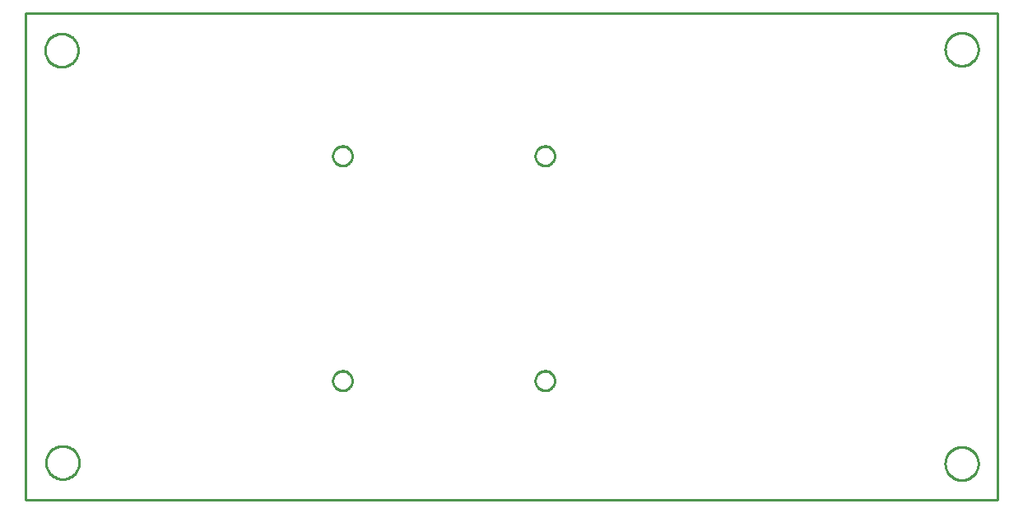
<source format=gbr>
G04 EAGLE Gerber RS-274X export*
G75*
%MOMM*%
%FSLAX34Y34*%
%LPD*%
%IN*%
%IPPOS*%
%AMOC8*
5,1,8,0,0,1.08239X$1,22.5*%
G01*
%ADD10C,0.254000*%


D10*
X0Y0D02*
X1000000Y0D01*
X1000000Y500000D01*
X0Y500000D01*
X0Y0D01*
X55000Y37443D02*
X54927Y36333D01*
X54782Y35229D01*
X54565Y34138D01*
X54277Y33063D01*
X53919Y32009D01*
X53493Y30980D01*
X53001Y29982D01*
X52444Y29018D01*
X51826Y28093D01*
X51148Y27210D01*
X50414Y26373D01*
X49627Y25586D01*
X48790Y24852D01*
X47907Y24174D01*
X46982Y23556D01*
X46018Y22999D01*
X45020Y22507D01*
X43991Y22081D01*
X42937Y21723D01*
X41862Y21435D01*
X40771Y21218D01*
X39667Y21073D01*
X38557Y21000D01*
X37443Y21000D01*
X36333Y21073D01*
X35229Y21218D01*
X34138Y21435D01*
X33063Y21723D01*
X32009Y22081D01*
X30980Y22507D01*
X29982Y22999D01*
X29018Y23556D01*
X28093Y24174D01*
X27210Y24852D01*
X26373Y25586D01*
X25586Y26373D01*
X24852Y27210D01*
X24174Y28093D01*
X23556Y29018D01*
X22999Y29982D01*
X22507Y30980D01*
X22081Y32009D01*
X21723Y33063D01*
X21435Y34138D01*
X21218Y35229D01*
X21073Y36333D01*
X21000Y37443D01*
X21000Y38557D01*
X21073Y39667D01*
X21218Y40771D01*
X21435Y41862D01*
X21723Y42937D01*
X22081Y43991D01*
X22507Y45020D01*
X22999Y46018D01*
X23556Y46982D01*
X24174Y47907D01*
X24852Y48790D01*
X25586Y49627D01*
X26373Y50414D01*
X27210Y51148D01*
X28093Y51826D01*
X29018Y52444D01*
X29982Y53001D01*
X30980Y53493D01*
X32009Y53919D01*
X33063Y54277D01*
X34138Y54565D01*
X35229Y54782D01*
X36333Y54927D01*
X37443Y55000D01*
X38557Y55000D01*
X39667Y54927D01*
X40771Y54782D01*
X41862Y54565D01*
X42937Y54277D01*
X43991Y53919D01*
X45020Y53493D01*
X46018Y53001D01*
X46982Y52444D01*
X47907Y51826D01*
X48790Y51148D01*
X49627Y50414D01*
X50414Y49627D01*
X51148Y48790D01*
X51826Y47907D01*
X52444Y46982D01*
X53001Y46018D01*
X53493Y45020D01*
X53919Y43991D01*
X54277Y42937D01*
X54565Y41862D01*
X54782Y40771D01*
X54927Y39667D01*
X55000Y38557D01*
X55000Y37443D01*
X54000Y461443D02*
X53927Y460333D01*
X53782Y459229D01*
X53565Y458138D01*
X53277Y457063D01*
X52919Y456009D01*
X52493Y454980D01*
X52001Y453982D01*
X51444Y453018D01*
X50826Y452093D01*
X50148Y451210D01*
X49414Y450373D01*
X48627Y449586D01*
X47790Y448852D01*
X46907Y448174D01*
X45982Y447556D01*
X45018Y446999D01*
X44020Y446507D01*
X42991Y446081D01*
X41937Y445723D01*
X40862Y445435D01*
X39771Y445218D01*
X38667Y445073D01*
X37557Y445000D01*
X36443Y445000D01*
X35333Y445073D01*
X34229Y445218D01*
X33138Y445435D01*
X32063Y445723D01*
X31009Y446081D01*
X29980Y446507D01*
X28982Y446999D01*
X28018Y447556D01*
X27093Y448174D01*
X26210Y448852D01*
X25373Y449586D01*
X24586Y450373D01*
X23852Y451210D01*
X23174Y452093D01*
X22556Y453018D01*
X21999Y453982D01*
X21507Y454980D01*
X21081Y456009D01*
X20723Y457063D01*
X20435Y458138D01*
X20218Y459229D01*
X20073Y460333D01*
X20000Y461443D01*
X20000Y462557D01*
X20073Y463667D01*
X20218Y464771D01*
X20435Y465862D01*
X20723Y466937D01*
X21081Y467991D01*
X21507Y469020D01*
X21999Y470018D01*
X22556Y470982D01*
X23174Y471907D01*
X23852Y472790D01*
X24586Y473627D01*
X25373Y474414D01*
X26210Y475148D01*
X27093Y475826D01*
X28018Y476444D01*
X28982Y477001D01*
X29980Y477493D01*
X31009Y477919D01*
X32063Y478277D01*
X33138Y478565D01*
X34229Y478782D01*
X35333Y478927D01*
X36443Y479000D01*
X37557Y479000D01*
X38667Y478927D01*
X39771Y478782D01*
X40862Y478565D01*
X41937Y478277D01*
X42991Y477919D01*
X44020Y477493D01*
X45018Y477001D01*
X45982Y476444D01*
X46907Y475826D01*
X47790Y475148D01*
X48627Y474414D01*
X49414Y473627D01*
X50148Y472790D01*
X50826Y471907D01*
X51444Y470982D01*
X52001Y470018D01*
X52493Y469020D01*
X52919Y467991D01*
X53277Y466937D01*
X53565Y465862D01*
X53782Y464771D01*
X53927Y463667D01*
X54000Y462557D01*
X54000Y461443D01*
X980000Y462443D02*
X979927Y461333D01*
X979782Y460229D01*
X979565Y459138D01*
X979277Y458063D01*
X978919Y457009D01*
X978493Y455980D01*
X978001Y454982D01*
X977444Y454018D01*
X976826Y453093D01*
X976148Y452210D01*
X975414Y451373D01*
X974627Y450586D01*
X973790Y449852D01*
X972907Y449174D01*
X971982Y448556D01*
X971018Y447999D01*
X970020Y447507D01*
X968991Y447081D01*
X967937Y446723D01*
X966862Y446435D01*
X965771Y446218D01*
X964667Y446073D01*
X963557Y446000D01*
X962443Y446000D01*
X961333Y446073D01*
X960229Y446218D01*
X959138Y446435D01*
X958063Y446723D01*
X957009Y447081D01*
X955980Y447507D01*
X954982Y447999D01*
X954018Y448556D01*
X953093Y449174D01*
X952210Y449852D01*
X951373Y450586D01*
X950586Y451373D01*
X949852Y452210D01*
X949174Y453093D01*
X948556Y454018D01*
X947999Y454982D01*
X947507Y455980D01*
X947081Y457009D01*
X946723Y458063D01*
X946435Y459138D01*
X946218Y460229D01*
X946073Y461333D01*
X946000Y462443D01*
X946000Y463557D01*
X946073Y464667D01*
X946218Y465771D01*
X946435Y466862D01*
X946723Y467937D01*
X947081Y468991D01*
X947507Y470020D01*
X947999Y471018D01*
X948556Y471982D01*
X949174Y472907D01*
X949852Y473790D01*
X950586Y474627D01*
X951373Y475414D01*
X952210Y476148D01*
X953093Y476826D01*
X954018Y477444D01*
X954982Y478001D01*
X955980Y478493D01*
X957009Y478919D01*
X958063Y479277D01*
X959138Y479565D01*
X960229Y479782D01*
X961333Y479927D01*
X962443Y480000D01*
X963557Y480000D01*
X964667Y479927D01*
X965771Y479782D01*
X966862Y479565D01*
X967937Y479277D01*
X968991Y478919D01*
X970020Y478493D01*
X971018Y478001D01*
X971982Y477444D01*
X972907Y476826D01*
X973790Y476148D01*
X974627Y475414D01*
X975414Y474627D01*
X976148Y473790D01*
X976826Y472907D01*
X977444Y471982D01*
X978001Y471018D01*
X978493Y470020D01*
X978919Y468991D01*
X979277Y467937D01*
X979565Y466862D01*
X979782Y465771D01*
X979927Y464667D01*
X980000Y463557D01*
X980000Y462443D01*
X980000Y36443D02*
X979927Y35333D01*
X979782Y34229D01*
X979565Y33138D01*
X979277Y32063D01*
X978919Y31009D01*
X978493Y29980D01*
X978001Y28982D01*
X977444Y28018D01*
X976826Y27093D01*
X976148Y26210D01*
X975414Y25373D01*
X974627Y24586D01*
X973790Y23852D01*
X972907Y23174D01*
X971982Y22556D01*
X971018Y21999D01*
X970020Y21507D01*
X968991Y21081D01*
X967937Y20723D01*
X966862Y20435D01*
X965771Y20218D01*
X964667Y20073D01*
X963557Y20000D01*
X962443Y20000D01*
X961333Y20073D01*
X960229Y20218D01*
X959138Y20435D01*
X958063Y20723D01*
X957009Y21081D01*
X955980Y21507D01*
X954982Y21999D01*
X954018Y22556D01*
X953093Y23174D01*
X952210Y23852D01*
X951373Y24586D01*
X950586Y25373D01*
X949852Y26210D01*
X949174Y27093D01*
X948556Y28018D01*
X947999Y28982D01*
X947507Y29980D01*
X947081Y31009D01*
X946723Y32063D01*
X946435Y33138D01*
X946218Y34229D01*
X946073Y35333D01*
X946000Y36443D01*
X946000Y37557D01*
X946073Y38667D01*
X946218Y39771D01*
X946435Y40862D01*
X946723Y41937D01*
X947081Y42991D01*
X947507Y44020D01*
X947999Y45018D01*
X948556Y45982D01*
X949174Y46907D01*
X949852Y47790D01*
X950586Y48627D01*
X951373Y49414D01*
X952210Y50148D01*
X953093Y50826D01*
X954018Y51444D01*
X954982Y52001D01*
X955980Y52493D01*
X957009Y52919D01*
X958063Y53277D01*
X959138Y53565D01*
X960229Y53782D01*
X961333Y53927D01*
X962443Y54000D01*
X963557Y54000D01*
X964667Y53927D01*
X965771Y53782D01*
X966862Y53565D01*
X967937Y53277D01*
X968991Y52919D01*
X970020Y52493D01*
X971018Y52001D01*
X971982Y51444D01*
X972907Y50826D01*
X973790Y50148D01*
X974627Y49414D01*
X975414Y48627D01*
X976148Y47790D01*
X976826Y46907D01*
X977444Y45982D01*
X978001Y45018D01*
X978493Y44020D01*
X978919Y42991D01*
X979277Y41937D01*
X979565Y40862D01*
X979782Y39771D01*
X979927Y38667D01*
X980000Y37557D01*
X980000Y36443D01*
X335960Y352933D02*
X335884Y352064D01*
X335732Y351204D01*
X335506Y350360D01*
X335208Y349540D01*
X334839Y348748D01*
X334402Y347992D01*
X333901Y347277D01*
X333340Y346608D01*
X332722Y345990D01*
X332053Y345429D01*
X331338Y344928D01*
X330582Y344491D01*
X329790Y344122D01*
X328970Y343824D01*
X328126Y343598D01*
X327267Y343446D01*
X326397Y343370D01*
X325523Y343370D01*
X324654Y343446D01*
X323794Y343598D01*
X322950Y343824D01*
X322130Y344122D01*
X321338Y344491D01*
X320582Y344928D01*
X319867Y345429D01*
X319198Y345990D01*
X318580Y346608D01*
X318019Y347277D01*
X317518Y347992D01*
X317081Y348748D01*
X316712Y349540D01*
X316414Y350360D01*
X316188Y351204D01*
X316036Y352064D01*
X315960Y352933D01*
X315960Y353807D01*
X316036Y354677D01*
X316188Y355536D01*
X316414Y356380D01*
X316712Y357200D01*
X317081Y357992D01*
X317518Y358748D01*
X318019Y359463D01*
X318580Y360132D01*
X319198Y360750D01*
X319867Y361311D01*
X320582Y361812D01*
X321338Y362249D01*
X322130Y362618D01*
X322950Y362916D01*
X323794Y363142D01*
X324654Y363294D01*
X325523Y363370D01*
X326397Y363370D01*
X327267Y363294D01*
X328126Y363142D01*
X328970Y362916D01*
X329790Y362618D01*
X330582Y362249D01*
X331338Y361812D01*
X332053Y361311D01*
X332722Y360750D01*
X333340Y360132D01*
X333901Y359463D01*
X334402Y358748D01*
X334839Y357992D01*
X335208Y357200D01*
X335506Y356380D01*
X335732Y355536D01*
X335884Y354677D01*
X335960Y353807D01*
X335960Y352933D01*
X544240Y352933D02*
X544164Y352064D01*
X544012Y351204D01*
X543786Y350360D01*
X543488Y349540D01*
X543119Y348748D01*
X542682Y347992D01*
X542181Y347277D01*
X541620Y346608D01*
X541002Y345990D01*
X540333Y345429D01*
X539618Y344928D01*
X538862Y344491D01*
X538070Y344122D01*
X537250Y343824D01*
X536406Y343598D01*
X535547Y343446D01*
X534677Y343370D01*
X533803Y343370D01*
X532934Y343446D01*
X532074Y343598D01*
X531230Y343824D01*
X530410Y344122D01*
X529618Y344491D01*
X528862Y344928D01*
X528147Y345429D01*
X527478Y345990D01*
X526860Y346608D01*
X526299Y347277D01*
X525798Y347992D01*
X525361Y348748D01*
X524992Y349540D01*
X524694Y350360D01*
X524468Y351204D01*
X524316Y352064D01*
X524240Y352933D01*
X524240Y353807D01*
X524316Y354677D01*
X524468Y355536D01*
X524694Y356380D01*
X524992Y357200D01*
X525361Y357992D01*
X525798Y358748D01*
X526299Y359463D01*
X526860Y360132D01*
X527478Y360750D01*
X528147Y361311D01*
X528862Y361812D01*
X529618Y362249D01*
X530410Y362618D01*
X531230Y362916D01*
X532074Y363142D01*
X532934Y363294D01*
X533803Y363370D01*
X534677Y363370D01*
X535547Y363294D01*
X536406Y363142D01*
X537250Y362916D01*
X538070Y362618D01*
X538862Y362249D01*
X539618Y361812D01*
X540333Y361311D01*
X541002Y360750D01*
X541620Y360132D01*
X542181Y359463D01*
X542682Y358748D01*
X543119Y357992D01*
X543488Y357200D01*
X543786Y356380D01*
X544012Y355536D01*
X544164Y354677D01*
X544240Y353807D01*
X544240Y352933D01*
X544240Y121793D02*
X544164Y120924D01*
X544012Y120064D01*
X543786Y119220D01*
X543488Y118400D01*
X543119Y117608D01*
X542682Y116852D01*
X542181Y116137D01*
X541620Y115468D01*
X541002Y114850D01*
X540333Y114289D01*
X539618Y113788D01*
X538862Y113351D01*
X538070Y112982D01*
X537250Y112684D01*
X536406Y112458D01*
X535547Y112306D01*
X534677Y112230D01*
X533803Y112230D01*
X532934Y112306D01*
X532074Y112458D01*
X531230Y112684D01*
X530410Y112982D01*
X529618Y113351D01*
X528862Y113788D01*
X528147Y114289D01*
X527478Y114850D01*
X526860Y115468D01*
X526299Y116137D01*
X525798Y116852D01*
X525361Y117608D01*
X524992Y118400D01*
X524694Y119220D01*
X524468Y120064D01*
X524316Y120924D01*
X524240Y121793D01*
X524240Y122667D01*
X524316Y123537D01*
X524468Y124396D01*
X524694Y125240D01*
X524992Y126060D01*
X525361Y126852D01*
X525798Y127608D01*
X526299Y128323D01*
X526860Y128992D01*
X527478Y129610D01*
X528147Y130171D01*
X528862Y130672D01*
X529618Y131109D01*
X530410Y131478D01*
X531230Y131776D01*
X532074Y132002D01*
X532934Y132154D01*
X533803Y132230D01*
X534677Y132230D01*
X535547Y132154D01*
X536406Y132002D01*
X537250Y131776D01*
X538070Y131478D01*
X538862Y131109D01*
X539618Y130672D01*
X540333Y130171D01*
X541002Y129610D01*
X541620Y128992D01*
X542181Y128323D01*
X542682Y127608D01*
X543119Y126852D01*
X543488Y126060D01*
X543786Y125240D01*
X544012Y124396D01*
X544164Y123537D01*
X544240Y122667D01*
X544240Y121793D01*
X335960Y121793D02*
X335884Y120924D01*
X335732Y120064D01*
X335506Y119220D01*
X335208Y118400D01*
X334839Y117608D01*
X334402Y116852D01*
X333901Y116137D01*
X333340Y115468D01*
X332722Y114850D01*
X332053Y114289D01*
X331338Y113788D01*
X330582Y113351D01*
X329790Y112982D01*
X328970Y112684D01*
X328126Y112458D01*
X327267Y112306D01*
X326397Y112230D01*
X325523Y112230D01*
X324654Y112306D01*
X323794Y112458D01*
X322950Y112684D01*
X322130Y112982D01*
X321338Y113351D01*
X320582Y113788D01*
X319867Y114289D01*
X319198Y114850D01*
X318580Y115468D01*
X318019Y116137D01*
X317518Y116852D01*
X317081Y117608D01*
X316712Y118400D01*
X316414Y119220D01*
X316188Y120064D01*
X316036Y120924D01*
X315960Y121793D01*
X315960Y122667D01*
X316036Y123537D01*
X316188Y124396D01*
X316414Y125240D01*
X316712Y126060D01*
X317081Y126852D01*
X317518Y127608D01*
X318019Y128323D01*
X318580Y128992D01*
X319198Y129610D01*
X319867Y130171D01*
X320582Y130672D01*
X321338Y131109D01*
X322130Y131478D01*
X322950Y131776D01*
X323794Y132002D01*
X324654Y132154D01*
X325523Y132230D01*
X326397Y132230D01*
X327267Y132154D01*
X328126Y132002D01*
X328970Y131776D01*
X329790Y131478D01*
X330582Y131109D01*
X331338Y130672D01*
X332053Y130171D01*
X332722Y129610D01*
X333340Y128992D01*
X333901Y128323D01*
X334402Y127608D01*
X334839Y126852D01*
X335208Y126060D01*
X335506Y125240D01*
X335732Y124396D01*
X335884Y123537D01*
X335960Y122667D01*
X335960Y121793D01*
M02*

</source>
